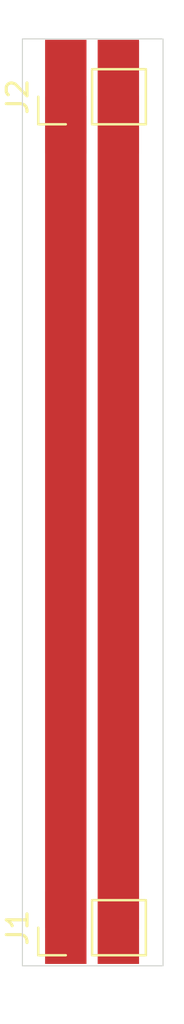
<source format=kicad_pcb>
(kicad_pcb (version 20171130) (host pcbnew "(5.1.12)-1")

  (general
    (thickness 1.6)
    (drawings 4)
    (tracks 3)
    (zones 0)
    (modules 2)
    (nets 3)
  )

  (page A4)
  (layers
    (0 F.Cu signal)
    (31 B.Cu signal)
    (32 B.Adhes user)
    (33 F.Adhes user)
    (34 B.Paste user)
    (35 F.Paste user)
    (36 B.SilkS user)
    (37 F.SilkS user)
    (38 B.Mask user)
    (39 F.Mask user)
    (40 Dwgs.User user)
    (41 Cmts.User user)
    (42 Eco1.User user)
    (43 Eco2.User user)
    (44 Edge.Cuts user)
    (45 Margin user)
    (46 B.CrtYd user)
    (47 F.CrtYd user)
    (48 B.Fab user)
    (49 F.Fab user)
  )

  (setup
    (last_trace_width 2)
    (user_trace_width 2)
    (trace_clearance 0.2)
    (zone_clearance 0.508)
    (zone_45_only no)
    (trace_min 0.2)
    (via_size 0.8)
    (via_drill 0.4)
    (via_min_size 0.4)
    (via_min_drill 0.3)
    (uvia_size 0.3)
    (uvia_drill 0.1)
    (uvias_allowed no)
    (uvia_min_size 0.2)
    (uvia_min_drill 0.1)
    (edge_width 0.05)
    (segment_width 0.2)
    (pcb_text_width 0.3)
    (pcb_text_size 1.5 1.5)
    (mod_edge_width 0.12)
    (mod_text_size 1 1)
    (mod_text_width 0.15)
    (pad_size 3.5 2)
    (pad_drill 0)
    (pad_to_mask_clearance 0)
    (aux_axis_origin 0 0)
    (visible_elements FFFFFF7F)
    (pcbplotparams
      (layerselection 0x010fc_ffffffff)
      (usegerberextensions false)
      (usegerberattributes true)
      (usegerberadvancedattributes true)
      (creategerberjobfile true)
      (excludeedgelayer true)
      (linewidth 0.100000)
      (plotframeref false)
      (viasonmask false)
      (mode 1)
      (useauxorigin false)
      (hpglpennumber 1)
      (hpglpenspeed 20)
      (hpglpendiameter 15.000000)
      (psnegative false)
      (psa4output false)
      (plotreference true)
      (plotvalue true)
      (plotinvisibletext false)
      (padsonsilk false)
      (subtractmaskfromsilk false)
      (outputformat 1)
      (mirror false)
      (drillshape 1)
      (scaleselection 1)
      (outputdirectory ""))
  )

  (net 0 "")
  (net 1 "Net-(J1-Pad2)")
  (net 2 "Net-(J1-Pad1)")

  (net_class Default "This is the default net class."
    (clearance 0.2)
    (trace_width 0.25)
    (via_dia 0.8)
    (via_drill 0.4)
    (uvia_dia 0.3)
    (uvia_drill 0.1)
    (add_net "Net-(J1-Pad1)")
    (add_net "Net-(J1-Pad2)")
  )

  (module Connector_PinHeader_2.54mm:PinHeader_1x02_P2.54mm_Vertical (layer F.Cu) (tedit 654A94C9) (tstamp 654AFC28)
    (at 178.6255 92.964 90)
    (descr "Through hole straight pin header, 1x02, 2.54mm pitch, single row")
    (tags "Through hole pin header THT 1x02 2.54mm single row")
    (path /654C5D4F)
    (fp_text reference J2 (at 0 -2.33 90) (layer F.SilkS)
      (effects (font (size 1 1) (thickness 0.15)))
    )
    (fp_text value Conn_01x02 (at 0 4.87 90) (layer F.Fab)
      (effects (font (size 1 1) (thickness 0.15)))
    )
    (fp_text user %R (at 0 1.27) (layer F.Fab)
      (effects (font (size 1 1) (thickness 0.15)))
    )
    (fp_line (start -0.635 -1.27) (end 1.27 -1.27) (layer F.Fab) (width 0.1))
    (fp_line (start 1.27 -1.27) (end 1.27 3.81) (layer F.Fab) (width 0.1))
    (fp_line (start 1.27 3.81) (end -1.27 3.81) (layer F.Fab) (width 0.1))
    (fp_line (start -1.27 3.81) (end -1.27 -0.635) (layer F.Fab) (width 0.1))
    (fp_line (start -1.27 -0.635) (end -0.635 -1.27) (layer F.Fab) (width 0.1))
    (fp_line (start -1.33 3.87) (end 1.33 3.87) (layer F.SilkS) (width 0.12))
    (fp_line (start -1.33 1.27) (end -1.33 3.87) (layer F.SilkS) (width 0.12))
    (fp_line (start 1.33 1.27) (end 1.33 3.87) (layer F.SilkS) (width 0.12))
    (fp_line (start -1.33 1.27) (end 1.33 1.27) (layer F.SilkS) (width 0.12))
    (fp_line (start -1.33 0) (end -1.33 -1.33) (layer F.SilkS) (width 0.12))
    (fp_line (start -1.33 -1.33) (end 0 -1.33) (layer F.SilkS) (width 0.12))
    (fp_line (start -1.8 -1.8) (end -1.8 4.35) (layer F.CrtYd) (width 0.05))
    (fp_line (start -1.8 4.35) (end 1.8 4.35) (layer F.CrtYd) (width 0.05))
    (fp_line (start 1.8 4.35) (end 1.8 -1.8) (layer F.CrtYd) (width 0.05))
    (fp_line (start 1.8 -1.8) (end -1.8 -1.8) (layer F.CrtYd) (width 0.05))
    (pad 2 smd rect (at 0 2.54 90) (size 5.5 2) (layers F.Cu F.Paste F.Mask)
      (net 1 "Net-(J1-Pad2)"))
    (pad 1 smd rect (at 0 0 90) (size 5.5 2) (layers F.Cu F.Paste F.Mask)
      (net 2 "Net-(J1-Pad1)"))
    (model ${KISYS3DMOD}/Connector_PinHeader_2.54mm.3dshapes/PinHeader_1x02_P2.54mm_Vertical.wrl
      (at (xyz 0 0 0))
      (scale (xyz 1 1 1))
      (rotate (xyz 0 0 0))
    )
  )

  (module Connector_PinHeader_2.54mm:PinHeader_1x02_P2.54mm_Vertical (layer F.Cu) (tedit 654A94F2) (tstamp 654AFC12)
    (at 178.6255 133.096 90)
    (descr "Through hole straight pin header, 1x02, 2.54mm pitch, single row")
    (tags "Through hole pin header THT 1x02 2.54mm single row")
    (path /654C542D)
    (fp_text reference J1 (at 0 -2.33 90) (layer F.SilkS)
      (effects (font (size 1 1) (thickness 0.15)))
    )
    (fp_text value Conn_01x02 (at 0 4.87 90) (layer F.Fab)
      (effects (font (size 1 1) (thickness 0.15)))
    )
    (fp_text user %R (at 0 1.27) (layer F.Fab)
      (effects (font (size 1 1) (thickness 0.15)))
    )
    (fp_line (start -0.635 -1.27) (end 1.27 -1.27) (layer F.Fab) (width 0.1))
    (fp_line (start 1.27 -1.27) (end 1.27 3.81) (layer F.Fab) (width 0.1))
    (fp_line (start 1.27 3.81) (end -1.27 3.81) (layer F.Fab) (width 0.1))
    (fp_line (start -1.27 3.81) (end -1.27 -0.635) (layer F.Fab) (width 0.1))
    (fp_line (start -1.27 -0.635) (end -0.635 -1.27) (layer F.Fab) (width 0.1))
    (fp_line (start -1.33 3.87) (end 1.33 3.87) (layer F.SilkS) (width 0.12))
    (fp_line (start -1.33 1.27) (end -1.33 3.87) (layer F.SilkS) (width 0.12))
    (fp_line (start 1.33 1.27) (end 1.33 3.87) (layer F.SilkS) (width 0.12))
    (fp_line (start -1.33 1.27) (end 1.33 1.27) (layer F.SilkS) (width 0.12))
    (fp_line (start -1.33 0) (end -1.33 -1.33) (layer F.SilkS) (width 0.12))
    (fp_line (start -1.33 -1.33) (end 0 -1.33) (layer F.SilkS) (width 0.12))
    (fp_line (start -1.8 -1.8) (end -1.8 4.35) (layer F.CrtYd) (width 0.05))
    (fp_line (start -1.8 4.35) (end 1.8 4.35) (layer F.CrtYd) (width 0.05))
    (fp_line (start 1.8 4.35) (end 1.8 -1.8) (layer F.CrtYd) (width 0.05))
    (fp_line (start 1.8 -1.8) (end -1.8 -1.8) (layer F.CrtYd) (width 0.05))
    (pad 2 smd rect (at 0 2.54 90) (size 3.5 2) (layers F.Cu F.Paste F.Mask)
      (net 1 "Net-(J1-Pad2)"))
    (pad 1 smd rect (at 0 0 90) (size 3.5 2) (layers F.Cu F.Paste F.Mask)
      (net 2 "Net-(J1-Pad1)"))
    (model ${KISYS3DMOD}/Connector_PinHeader_2.54mm.3dshapes/PinHeader_1x02_P2.54mm_Vertical.wrl
      (at (xyz 0 0 0))
      (scale (xyz 1 1 1))
      (rotate (xyz 0 0 0))
    )
  )

  (gr_line (start 183.3245 90.17) (end 176.53 90.17) (layer Edge.Cuts) (width 0.05) (tstamp 654AFC7E))
  (gr_line (start 183.3245 134.9375) (end 183.3245 90.17) (layer Edge.Cuts) (width 0.05))
  (gr_line (start 176.53 134.9375) (end 183.3245 134.9375) (layer Edge.Cuts) (width 0.05))
  (gr_line (start 176.53 90.17) (end 176.53 134.9375) (layer Edge.Cuts) (width 0.05))

  (segment (start 181.1655 92.964) (end 181.1655 133.096) (width 2) (layer F.Cu) (net 1))
  (segment (start 178.6255 132.6515) (end 178.6255 92.964) (width 2) (layer F.Cu) (net 2))
  (segment (start 178.6255 133.096) (end 178.6255 132.6515) (width 2) (layer F.Cu) (net 2))

)

</source>
